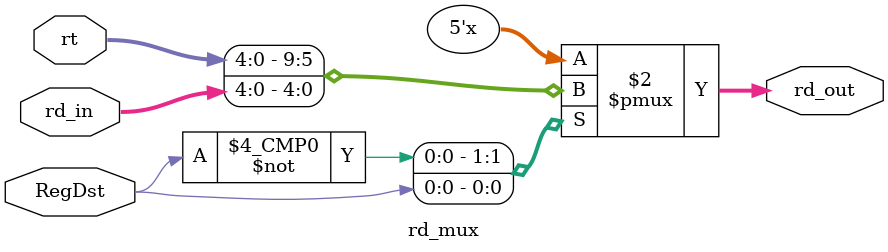
<source format=v>
`timescale 1ns / 1ps


module rd_mux(
    input RegDst,
    input [4:0] rt,
    input [4:0] rd_in,
    output reg [4:0] rd_out
    );
    always@* begin
        case(RegDst)
            0 :  rd_out = rt;
            1 :  rd_out = rd_in;
        endcase
    end
endmodule

</source>
